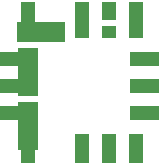
<source format=gbr>
%TF.GenerationSoftware,KiCad,Pcbnew,7.0.9*%
%TF.CreationDate,2024-06-22T15:00:00+09:00*%
%TF.ProjectId,PSU,5053552e-6b69-4636-9164-5f7063625858,rev?*%
%TF.SameCoordinates,Original*%
%TF.FileFunction,Paste,Top*%
%TF.FilePolarity,Positive*%
%FSLAX46Y46*%
G04 Gerber Fmt 4.6, Leading zero omitted, Abs format (unit mm)*
G04 Created by KiCad (PCBNEW 7.0.9) date 2024-06-22 15:00:00*
%MOMM*%
%LPD*%
G01*
G04 APERTURE LIST*
G04 Aperture macros list*
%AMOutline4P*
0 Free polygon, 4 corners , with rotation*
0 The origin of the aperture is its center*
0 number of corners: always 4*
0 $1 to $8 corner X, Y*
0 $9 Rotation angle, in degrees counterclockwise*
0 create outline with 4 corners*
4,1,4,$1,$2,$3,$4,$5,$6,$7,$8,$1,$2,$9*%
G04 Aperture macros list end*
%ADD10Outline4P,-1.500000X-0.600000X1.500000X-0.600000X1.500000X0.600000X-1.500000X0.600000X90.000000*%
%ADD11Outline4P,-2.035000X-0.885000X2.035000X-0.885000X2.035000X0.885000X-2.035000X0.885000X90.000000*%
%ADD12Outline4P,-0.600000X-1.500000X0.600000X-1.500000X0.600000X1.500000X-0.600000X1.500000X90.000000*%
%ADD13Outline4P,-0.885000X-2.035000X0.885000X-2.035000X0.885000X2.035000X-0.885000X2.035000X90.000000*%
%ADD14Outline4P,-0.750000X-0.600000X0.750000X-0.600000X0.750000X0.600000X-0.750000X0.600000X90.000000*%
%ADD15Outline4P,-0.500000X-0.600000X0.500000X-0.600000X0.500000X0.600000X-0.500000X0.600000X90.000000*%
G04 APERTURE END LIST*
D10*
%TO.C,U1*%
X165350000Y-97040000D03*
X160770000Y-97040000D03*
D11*
X160770000Y-94875000D03*
D12*
X159750000Y-93730000D03*
X159750000Y-91440000D03*
D11*
X160770000Y-90295000D03*
D12*
X159750000Y-89150000D03*
D13*
X161915000Y-86840000D03*
D10*
X160770000Y-85840000D03*
X165350000Y-85840000D03*
X169930000Y-85840000D03*
D12*
X170950000Y-91440000D03*
X170950000Y-93730000D03*
D10*
X169930000Y-97040000D03*
X167640000Y-97040000D03*
D14*
X167640000Y-85090000D03*
D12*
X170950000Y-89150000D03*
D15*
X167640000Y-86840000D03*
%TD*%
M02*

</source>
